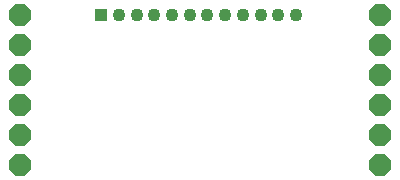
<source format=gbr>
G04 Layer_Color=8388736*
%FSLAX44Y44*%
%MOMM*%
G71*
G01*
G75*
G04:AMPARAMS|DCode=27|XSize=1.8034mm|YSize=1.8034mm|CornerRadius=0mm|HoleSize=0mm|Usage=FLASHONLY|Rotation=270.000|XOffset=0mm|YOffset=0mm|HoleType=Round|Shape=Octagon|*
%AMOCTAGOND27*
4,1,8,-0.4508,-0.9017,0.4508,-0.9017,0.9017,-0.4508,0.9017,0.4508,0.4508,0.9017,-0.4508,0.9017,-0.9017,0.4508,-0.9017,-0.4508,-0.4508,-0.9017,0.0*
%
%ADD27OCTAGOND27*%

%ADD28R,1.1031X1.1031*%
%ADD29C,1.1031*%
D27*
X318770Y228600D02*
D03*
Y254000D02*
D03*
Y279400D02*
D03*
Y304800D02*
D03*
Y330200D02*
D03*
Y355600D02*
D03*
X13970Y228600D02*
D03*
Y254000D02*
D03*
Y279400D02*
D03*
Y304800D02*
D03*
Y330200D02*
D03*
Y355600D02*
D03*
D28*
X82550D02*
D03*
D29*
X97551D02*
D03*
X112550D02*
D03*
X127551D02*
D03*
X142550D02*
D03*
X157551D02*
D03*
X172550D02*
D03*
X187551D02*
D03*
X202550D02*
D03*
X217551D02*
D03*
X232550D02*
D03*
X247551D02*
D03*
M02*

</source>
